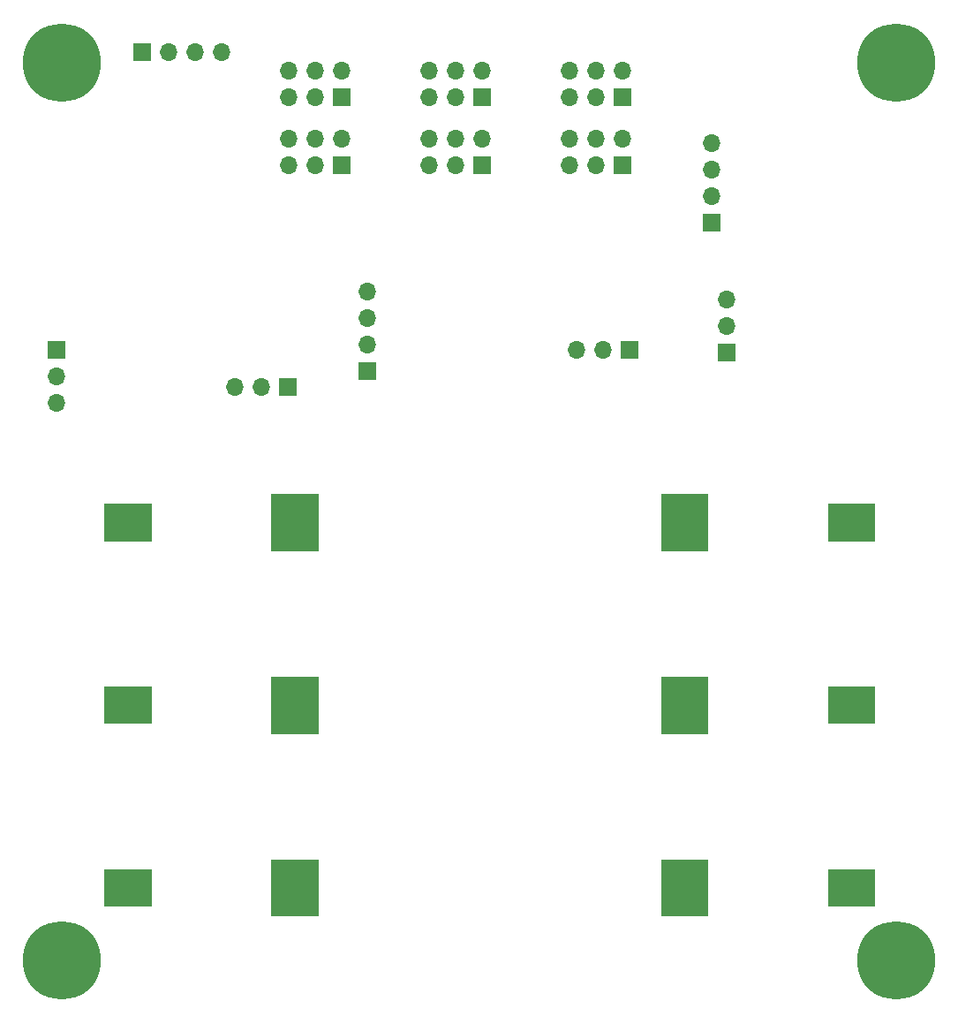
<source format=gbs>
%TF.GenerationSoftware,KiCad,Pcbnew,6.0.7*%
%TF.CreationDate,2022-11-21T21:51:02-06:00*%
%TF.ProjectId,CubesatPwrBoard,43756265-7361-4745-9077-72426f617264,rev?*%
%TF.SameCoordinates,Original*%
%TF.FileFunction,Soldermask,Bot*%
%TF.FilePolarity,Negative*%
%FSLAX46Y46*%
G04 Gerber Fmt 4.6, Leading zero omitted, Abs format (unit mm)*
G04 Created by KiCad (PCBNEW 6.0.7) date 2022-11-21 21:51:02*
%MOMM*%
%LPD*%
G01*
G04 APERTURE LIST*
%ADD10C,0.010000*%
%ADD11R,1.700000X1.700000*%
%ADD12O,1.700000X1.700000*%
%ADD13C,7.500000*%
G04 APERTURE END LIST*
%TO.C,BT4*%
G36*
X189820000Y-113750000D02*
G01*
X185380000Y-113750000D01*
X185380000Y-110250000D01*
X189820000Y-110250000D01*
X189820000Y-113750000D01*
G37*
D10*
X189820000Y-113750000D02*
X185380000Y-113750000D01*
X185380000Y-110250000D01*
X189820000Y-110250000D01*
X189820000Y-113750000D01*
G36*
X173810000Y-114700000D02*
G01*
X169370000Y-114700000D01*
X169370000Y-109300000D01*
X173810000Y-109300000D01*
X173810000Y-114700000D01*
G37*
X173810000Y-114700000D02*
X169370000Y-114700000D01*
X169370000Y-109300000D01*
X173810000Y-109300000D01*
X173810000Y-114700000D01*
%TO.C,BT6*%
G36*
X189820000Y-131250000D02*
G01*
X185380000Y-131250000D01*
X185380000Y-127750000D01*
X189820000Y-127750000D01*
X189820000Y-131250000D01*
G37*
X189820000Y-131250000D02*
X185380000Y-131250000D01*
X185380000Y-127750000D01*
X189820000Y-127750000D01*
X189820000Y-131250000D01*
G36*
X173810000Y-132200000D02*
G01*
X169370000Y-132200000D01*
X169370000Y-126800000D01*
X173810000Y-126800000D01*
X173810000Y-132200000D01*
G37*
X173810000Y-132200000D02*
X169370000Y-132200000D01*
X169370000Y-126800000D01*
X173810000Y-126800000D01*
X173810000Y-132200000D01*
%TO.C,BT5*%
G36*
X120420000Y-131250000D02*
G01*
X115980000Y-131250000D01*
X115980000Y-127750000D01*
X120420000Y-127750000D01*
X120420000Y-131250000D01*
G37*
X120420000Y-131250000D02*
X115980000Y-131250000D01*
X115980000Y-127750000D01*
X120420000Y-127750000D01*
X120420000Y-131250000D01*
G36*
X136430000Y-132200000D02*
G01*
X131990000Y-132200000D01*
X131990000Y-126800000D01*
X136430000Y-126800000D01*
X136430000Y-132200000D01*
G37*
X136430000Y-132200000D02*
X131990000Y-132200000D01*
X131990000Y-126800000D01*
X136430000Y-126800000D01*
X136430000Y-132200000D01*
%TO.C,BT3*%
G36*
X136430000Y-114700000D02*
G01*
X131990000Y-114700000D01*
X131990000Y-109300000D01*
X136430000Y-109300000D01*
X136430000Y-114700000D01*
G37*
X136430000Y-114700000D02*
X131990000Y-114700000D01*
X131990000Y-109300000D01*
X136430000Y-109300000D01*
X136430000Y-114700000D01*
G36*
X120420000Y-113750000D02*
G01*
X115980000Y-113750000D01*
X115980000Y-110250000D01*
X120420000Y-110250000D01*
X120420000Y-113750000D01*
G37*
X120420000Y-113750000D02*
X115980000Y-113750000D01*
X115980000Y-110250000D01*
X120420000Y-110250000D01*
X120420000Y-113750000D01*
%TO.C,BT1*%
G36*
X136430000Y-97200000D02*
G01*
X131990000Y-97200000D01*
X131990000Y-91800000D01*
X136430000Y-91800000D01*
X136430000Y-97200000D01*
G37*
X136430000Y-97200000D02*
X131990000Y-97200000D01*
X131990000Y-91800000D01*
X136430000Y-91800000D01*
X136430000Y-97200000D01*
G36*
X120420000Y-96250000D02*
G01*
X115980000Y-96250000D01*
X115980000Y-92750000D01*
X120420000Y-92750000D01*
X120420000Y-96250000D01*
G37*
X120420000Y-96250000D02*
X115980000Y-96250000D01*
X115980000Y-92750000D01*
X120420000Y-92750000D01*
X120420000Y-96250000D01*
%TO.C,BT2*%
G36*
X173810000Y-97200000D02*
G01*
X169370000Y-97200000D01*
X169370000Y-91800000D01*
X173810000Y-91800000D01*
X173810000Y-97200000D01*
G37*
X173810000Y-97200000D02*
X169370000Y-97200000D01*
X169370000Y-91800000D01*
X173810000Y-91800000D01*
X173810000Y-97200000D01*
G36*
X189820000Y-96250000D02*
G01*
X185380000Y-96250000D01*
X185380000Y-92750000D01*
X189820000Y-92750000D01*
X189820000Y-96250000D01*
G37*
X189820000Y-96250000D02*
X185380000Y-96250000D01*
X185380000Y-92750000D01*
X189820000Y-92750000D01*
X189820000Y-96250000D01*
%TD*%
D11*
%TO.C,J11*%
X165665000Y-53790000D03*
D12*
X165665000Y-51250000D03*
X163125000Y-53790000D03*
X163125000Y-51250000D03*
X160585000Y-53790000D03*
X160585000Y-51250000D03*
%TD*%
D11*
%TO.C,J12*%
X152150000Y-53790000D03*
D12*
X152150000Y-51250000D03*
X149610000Y-53790000D03*
X149610000Y-51250000D03*
X147070000Y-53790000D03*
X147070000Y-51250000D03*
%TD*%
D13*
%TO.C,H2*%
X111900000Y-136500000D03*
%TD*%
D11*
%TO.C,J5*%
X111400000Y-78000000D03*
D12*
X111400000Y-80540000D03*
X111400000Y-83080000D03*
%TD*%
D13*
%TO.C,H1*%
X191900000Y-136500000D03*
%TD*%
D11*
%TO.C,J15*%
X152150000Y-60290000D03*
D12*
X152150000Y-57750000D03*
X149610000Y-60290000D03*
X149610000Y-57750000D03*
X147070000Y-60290000D03*
X147070000Y-57750000D03*
%TD*%
D13*
%TO.C,H3*%
X111900000Y-50500000D03*
%TD*%
%TO.C,H4*%
X191900000Y-50500000D03*
%TD*%
D11*
%TO.C,J13*%
X138720000Y-53790000D03*
D12*
X138720000Y-51250000D03*
X136180000Y-53790000D03*
X136180000Y-51250000D03*
X133640000Y-53790000D03*
X133640000Y-51250000D03*
%TD*%
D11*
%TO.C,J7*%
X175659574Y-78235000D03*
D12*
X175659574Y-75695000D03*
X175659574Y-73155000D03*
%TD*%
D11*
%TO.C,J6*%
X133560000Y-81525000D03*
D12*
X131020000Y-81525000D03*
X128480000Y-81525000D03*
%TD*%
D11*
%TO.C,J2*%
X174161250Y-65800000D03*
D12*
X174161250Y-63260000D03*
X174161250Y-60720000D03*
X174161250Y-58180000D03*
%TD*%
D11*
%TO.C,J1*%
X119600000Y-49475000D03*
D12*
X122140000Y-49475000D03*
X124680000Y-49475000D03*
X127220000Y-49475000D03*
%TD*%
D11*
%TO.C,J8*%
X166325000Y-78025000D03*
D12*
X163785000Y-78025000D03*
X161245000Y-78025000D03*
%TD*%
D11*
%TO.C,J14*%
X138720000Y-60290000D03*
D12*
X138720000Y-57750000D03*
X136180000Y-60290000D03*
X136180000Y-57750000D03*
X133640000Y-60290000D03*
X133640000Y-57750000D03*
%TD*%
D11*
%TO.C,J3*%
X141176554Y-80050000D03*
D12*
X141176554Y-77510000D03*
X141176554Y-74970000D03*
X141176554Y-72430000D03*
%TD*%
D11*
%TO.C,J10*%
X165665000Y-60290000D03*
D12*
X165665000Y-57750000D03*
X163125000Y-60290000D03*
X163125000Y-57750000D03*
X160585000Y-60290000D03*
X160585000Y-57750000D03*
%TD*%
M02*

</source>
